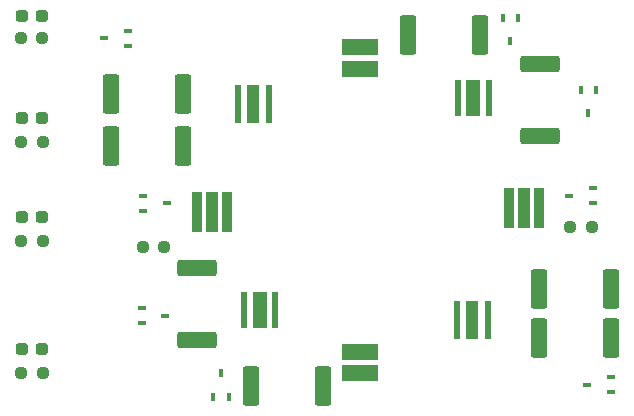
<source format=gtp>
%TF.GenerationSoftware,KiCad,Pcbnew,(6.0.10)*%
%TF.CreationDate,2022-12-30T01:06:13-06:00*%
%TF.ProjectId,FluorometerLightSource,466c756f-726f-46d6-9574-65724c696768,rev?*%
%TF.SameCoordinates,Original*%
%TF.FileFunction,Paste,Top*%
%TF.FilePolarity,Positive*%
%FSLAX46Y46*%
G04 Gerber Fmt 4.6, Leading zero omitted, Abs format (unit mm)*
G04 Created by KiCad (PCBNEW (6.0.10)) date 2022-12-30 01:06:13*
%MOMM*%
%LPD*%
G01*
G04 APERTURE LIST*
G04 Aperture macros list*
%AMRoundRect*
0 Rectangle with rounded corners*
0 $1 Rounding radius*
0 $2 $3 $4 $5 $6 $7 $8 $9 X,Y pos of 4 corners*
0 Add a 4 corners polygon primitive as box body*
4,1,4,$2,$3,$4,$5,$6,$7,$8,$9,$2,$3,0*
0 Add four circle primitives for the rounded corners*
1,1,$1+$1,$2,$3*
1,1,$1+$1,$4,$5*
1,1,$1+$1,$6,$7*
1,1,$1+$1,$8,$9*
0 Add four rect primitives between the rounded corners*
20,1,$1+$1,$2,$3,$4,$5,0*
20,1,$1+$1,$4,$5,$6,$7,0*
20,1,$1+$1,$6,$7,$8,$9,0*
20,1,$1+$1,$8,$9,$2,$3,0*%
G04 Aperture macros list end*
%ADD10RoundRect,0.237500X-0.250000X-0.237500X0.250000X-0.237500X0.250000X0.237500X-0.250000X0.237500X0*%
%ADD11RoundRect,0.237500X-0.287500X-0.237500X0.287500X-0.237500X0.287500X0.237500X-0.287500X0.237500X0*%
%ADD12R,0.500000X3.150000*%
%ADD13R,0.500000X3.160000*%
%ADD14R,1.240000X3.150000*%
%ADD15R,3.150000X1.330000*%
%ADD16R,0.600000X3.200000*%
%ADD17R,1.000000X3.200000*%
%ADD18R,0.700000X0.450000*%
%ADD19RoundRect,0.249999X-1.425001X0.450001X-1.425001X-0.450001X1.425001X-0.450001X1.425001X0.450001X0*%
%ADD20RoundRect,0.237500X0.250000X0.237500X-0.250000X0.237500X-0.250000X-0.237500X0.250000X-0.237500X0*%
%ADD21R,0.450000X0.700000*%
%ADD22RoundRect,0.249999X-0.450001X-1.425001X0.450001X-1.425001X0.450001X1.425001X-0.450001X1.425001X0*%
%ADD23R,0.900000X3.400000*%
%ADD24R,1.000000X3.400000*%
%ADD25RoundRect,0.249999X0.450001X1.425001X-0.450001X1.425001X-0.450001X-1.425001X0.450001X-1.425001X0*%
G04 APERTURE END LIST*
D10*
X133707500Y-123952000D03*
X135532500Y-123952000D03*
X135532500Y-112776000D03*
X133707500Y-112776000D03*
X135532500Y-104394000D03*
X133707500Y-104394000D03*
X133684000Y-95631000D03*
X135509000Y-95631000D03*
D11*
X133759000Y-121920000D03*
X135509000Y-121920000D03*
X133759000Y-110744000D03*
X135509000Y-110744000D03*
X133745000Y-102362000D03*
X135495000Y-102362000D03*
X133745000Y-93726000D03*
X135495000Y-93726000D03*
D12*
X173292000Y-100711000D03*
D13*
X170692000Y-100711000D03*
D14*
X171992000Y-100711000D03*
D15*
X162433000Y-96367000D03*
X162433000Y-98197000D03*
D16*
X173195000Y-119507000D03*
X170595000Y-119507000D03*
D17*
X171895000Y-119507000D03*
D12*
X152590000Y-118618000D03*
D13*
X155190000Y-118618000D03*
D14*
X153890000Y-118618000D03*
D18*
X183626000Y-125618000D03*
X183626000Y-124318000D03*
X181626000Y-124968000D03*
D16*
X152052000Y-101219000D03*
X154652000Y-101219000D03*
D17*
X153352000Y-101219000D03*
D19*
X148590000Y-115060000D03*
X148590000Y-121160000D03*
D18*
X144034000Y-108951000D03*
X144034000Y-110251000D03*
X146034000Y-109601000D03*
D20*
X145819500Y-113284000D03*
X143994500Y-113284000D03*
D19*
X177673000Y-97788000D03*
X177673000Y-103888000D03*
D21*
X175783000Y-93869000D03*
X174483000Y-93869000D03*
X175133000Y-95869000D03*
X182387000Y-99965000D03*
X181087000Y-99965000D03*
X181737000Y-101965000D03*
D22*
X177544000Y-116840000D03*
X183644000Y-116840000D03*
D15*
X162433000Y-123978000D03*
X162433000Y-122148000D03*
D10*
X180189500Y-111633000D03*
X182014500Y-111633000D03*
D22*
X177544000Y-121031000D03*
X183644000Y-121031000D03*
X166495000Y-95377000D03*
X172595000Y-95377000D03*
D23*
X148610000Y-110363000D03*
X151110000Y-110363000D03*
D24*
X149860000Y-110363000D03*
D21*
X149972000Y-125968000D03*
X151272000Y-125968000D03*
X150622000Y-123968000D03*
D25*
X147449000Y-100330000D03*
X141349000Y-100330000D03*
D18*
X143907000Y-118476000D03*
X143907000Y-119776000D03*
X145907000Y-119126000D03*
X142732000Y-96281000D03*
X142732000Y-94981000D03*
X140732000Y-95631000D03*
D23*
X177526000Y-109982000D03*
X175026000Y-109982000D03*
D24*
X176276000Y-109982000D03*
D25*
X147449000Y-104775000D03*
X141349000Y-104775000D03*
X159260000Y-125095000D03*
X153160000Y-125095000D03*
D18*
X182102000Y-109616000D03*
X182102000Y-108316000D03*
X180102000Y-108966000D03*
M02*

</source>
